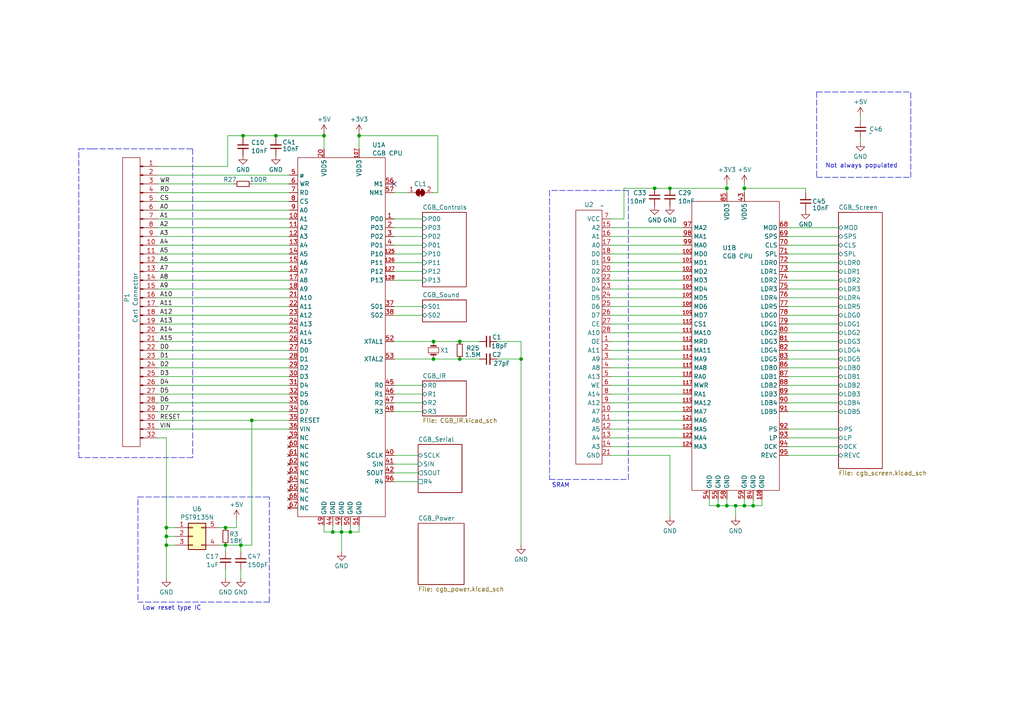
<source format=kicad_sch>
(kicad_sch (version 20230121) (generator eeschema)
  (paper "A4")
  (title_block (title "CGB Reverse Engineer") (company "NatalieTheNerd.com"))
  (lib_symbols
    (symbol "CGB:CPU_CGB"
      (property "Reference" "U" (at 0 -12.7 0))
      (property "Value" "CGB CPU" (at 0 -15.24 0))
      (symbol "CPU_CGB_1_0"
        (pin unspecified line (at 15.24 -17.78 180) (length 2.54) (name "P00") (number "1"))
        (pin unspecified line (at -15.24 -17.78 0) (length 2.54) (name "A1") (number "10"))
        (pin unspecified line (at -2.54 2.54 270) (length 2.54) (name "VDD3") (number "107"))
        (pin unspecified line (at -15.24 -20.32 0) (length 2.54) (name "A2") (number "11"))
        (pin unspecified line (at -15.24 -22.86 0) (length 2.54) (name "A3") (number "12"))
        (pin unspecified line (at 15.24 -27.94 180) (length 2.54) (name "P10") (number "125"))
        (pin unspecified line (at 15.24 -30.48 180) (length 2.54) (name "P11") (number "126"))
        (pin unspecified line (at 15.24 -33.02 180) (length 2.54) (name "P12") (number "127"))
        (pin unspecified line (at 15.24 -35.56 180) (length 2.54) (name "P13") (number "128"))
        (pin unspecified line (at -15.24 -25.4 0) (length 2.54) (name "A4") (number "13"))
        (pin unspecified line (at -15.24 -27.94 0) (length 2.54) (name "A5") (number "14"))
        (pin unspecified line (at -15.24 -30.48 0) (length 2.54) (name "A6") (number "15"))
        (pin unspecified line (at -15.24 -33.02 0) (length 2.54) (name "A7") (number "16"))
        (pin unspecified line (at -15.24 -35.56 0) (length 2.54) (name "A8") (number "17"))
        (pin unspecified line (at -15.24 -38.1 0) (length 2.54) (name "A9") (number "18"))
        (pin unspecified line (at -5.08 -106.68 90) (length 2.54) (name "GND") (number "19"))
        (pin unspecified line (at 15.24 -20.32 180) (length 2.54) (name "P03") (number "2"))
        (pin unspecified line (at 2.54 2.54 270) (length 2.54) (name "VDD5") (number "20"))
        (pin unspecified line (at -15.24 -40.64 0) (length 2.54) (name "A10") (number "21"))
        (pin unspecified line (at -15.24 -43.18 0) (length 2.54) (name "A11") (number "22"))
        (pin unspecified line (at -15.24 -45.72 0) (length 2.54) (name "A12") (number "23"))
        (pin unspecified line (at -15.24 -48.26 0) (length 2.54) (name "A13") (number "24"))
        (pin unspecified line (at -15.24 -50.8 0) (length 2.54) (name "A14") (number "25"))
        (pin unspecified line (at -15.24 -53.34 0) (length 2.54) (name "A15") (number "26"))
        (pin unspecified line (at -15.24 -55.88 0) (length 2.54) (name "D0") (number "27"))
        (pin unspecified line (at -15.24 -58.42 0) (length 2.54) (name "D1") (number "28"))
        (pin unspecified line (at -15.24 -60.96 0) (length 2.54) (name "D2") (number "29"))
        (pin unspecified line (at 15.24 -22.86 180) (length 2.54) (name "P02") (number "3"))
        (pin unspecified line (at -15.24 -63.5 0) (length 2.54) (name "D3") (number "30"))
        (pin unspecified line (at -15.24 -66.04 0) (length 2.54) (name "D4") (number "31"))
        (pin unspecified line (at -15.24 -68.58 0) (length 2.54) (name "D5") (number "32"))
        (pin unspecified line (at -15.24 -71.12 0) (length 2.54) (name "D6") (number "33"))
        (pin unspecified line (at -15.24 -73.66 0) (length 2.54) (name "D7") (number "34"))
        (pin unspecified line (at -15.24 -76.2 0) (length 2.54) (name "RESET") (number "35"))
        (pin unspecified line (at -15.24 -78.74 0) (length 2.54) (name "VIN") (number "36"))
        (pin unspecified line (at 15.24 -43.18 180) (length 2.54) (name "S01") (number "37"))
        (pin unspecified line (at 15.24 -45.72 180) (length 2.54) (name "S02") (number "38"))
        (pin no_connect line (at 15.24 -78.74 180) (length 2.54) (name "NC") (number "39"))
        (pin unspecified line (at 15.24 -25.4 180) (length 2.54) (name "P01") (number "4"))
        (pin unspecified line (at -15.24 -86.36 0) (length 2.54) (name "SCLK") (number "40"))
        (pin unspecified line (at -15.24 -88.9 0) (length 2.54) (name "SIN") (number "41"))
        (pin unspecified line (at -15.24 -91.44 0) (length 2.54) (name "SOUT") (number "42"))
        (pin unspecified line (at -2.54 -106.68 90) (length 2.54) (name "GND") (number "44"))
        (pin unspecified line (at 15.24 -63.5 180) (length 2.54) (name "R0") (number "45"))
        (pin unspecified line (at 15.24 -66.04 180) (length 2.54) (name "R1") (number "46"))
        (pin unspecified line (at 15.24 -68.58 180) (length 2.54) (name "R2") (number "47"))
        (pin unspecified line (at 15.24 -71.12 180) (length 2.54) (name "R3") (number "48"))
        (pin unspecified line (at 0 -106.68 90) (length 2.54) (name "GND") (number "49"))
        (pin unspecified line (at -15.24 -5.08 0) (length 2.54) (name "ø") (number "5"))
        (pin unspecified line (at 2.54 -106.68 90) (length 2.54) (name "GND") (number "50"))
        (pin unspecified line (at 5.08 -106.68 90) (length 2.54) (name "GND") (number "51"))
        (pin unspecified line (at 15.24 -53.34 180) (length 2.54) (name "XTAL1") (number "52"))
        (pin unspecified line (at 15.24 -55.88 180) (length 2.54) (name "XTAL2") (number "53"))
        (pin unspecified line (at 15.24 -7.62 180) (length 2.54) (name "MI") (number "56"))
        (pin unspecified line (at 15.24 -10.16 180) (length 2.54) (name "NMI") (number "57"))
        (pin unspecified line (at -15.24 -7.62 0) (length 2.54) (name "WR") (number "6"))
        (pin no_connect line (at 15.24 -81.28 180) (length 2.54) (name "NC") (number "60"))
        (pin no_connect line (at 15.24 -83.82 180) (length 2.54) (name "NC") (number "61"))
        (pin no_connect line (at 15.24 -86.36 180) (length 2.54) (name "NC") (number "62"))
        (pin no_connect line (at 15.24 -88.9 180) (length 2.54) (name "NC") (number "63"))
        (pin no_connect line (at 15.24 -91.44 180) (length 2.54) (name "NC") (number "64"))
        (pin no_connect line (at 15.24 -93.98 180) (length 2.54) (name "NC") (number "65"))
        (pin no_connect line (at 15.24 -96.52 180) (length 2.54) (name "NC") (number "66"))
        (pin no_connect line (at 15.24 -99.06 180) (length 2.54) (name "NC") (number "67"))
        (pin unspecified line (at -15.24 -10.16 0) (length 2.54) (name "RD") (number "7"))
        (pin unspecified line (at -15.24 -12.7 0) (length 2.54) (name "CS") (number "8"))
        (pin unspecified line (at -15.24 -15.24 0) (length 2.54) (name "A0") (number "9"))
        (pin unspecified line (at -15.24 -93.98 0) (length 2.54) (name "R4") (number "96"))
      )
      (symbol "CPU_CGB_2_0"
        (pin unspecified line (at -15.24 -15.24 0) (length 2.54) (name "MD0") (number "100"))
        (pin unspecified line (at -15.24 -17.78 0) (length 2.54) (name "MD1") (number "101"))
        (pin unspecified line (at -15.24 -20.32 0) (length 2.54) (name "MD2") (number "102"))
        (pin unspecified line (at -15.24 -22.86 0) (length 2.54) (name "MD3") (number "103"))
        (pin unspecified line (at -15.24 -25.4 0) (length 2.54) (name "MD4") (number "104"))
        (pin unspecified line (at -15.24 -27.94 0) (length 2.54) (name "MD5") (number "105"))
        (pin unspecified line (at -15.24 -30.48 0) (length 2.54) (name "MD6") (number "106"))
        (pin unspecified line (at 7.62 -86.36 90) (length 2.54) (name "GND") (number "108"))
        (pin unspecified line (at -15.24 -33.02 0) (length 2.54) (name "MD7") (number "109"))
        (pin unspecified line (at -15.24 -35.56 0) (length 2.54) (name "CS1") (number "110"))
        (pin unspecified line (at -15.24 -38.1 0) (length 2.54) (name "MA10") (number "111"))
        (pin unspecified line (at -15.24 -40.64 0) (length 2.54) (name "MRD") (number "112"))
        (pin unspecified line (at -15.24 -43.18 0) (length 2.54) (name "MA11") (number "113"))
        (pin unspecified line (at -15.24 -45.72 0) (length 2.54) (name "MA9") (number "114"))
        (pin unspecified line (at -15.24 -48.26 0) (length 2.54) (name "MA8") (number "115"))
        (pin unspecified line (at -15.24 -50.8 0) (length 2.54) (name "RA0") (number "116"))
        (pin unspecified line (at -15.24 -53.34 0) (length 2.54) (name "MWR") (number "117"))
        (pin unspecified line (at -15.24 -55.88 0) (length 2.54) (name "RA1") (number "118"))
        (pin unspecified line (at -15.24 -58.42 0) (length 2.54) (name "MA12") (number "119"))
        (pin unspecified line (at -15.24 -60.96 0) (length 2.54) (name "MA7") (number "120"))
        (pin unspecified line (at -15.24 -63.5 0) (length 2.54) (name "MA6") (number "121"))
        (pin unspecified line (at -15.24 -66.04 0) (length 2.54) (name "MA5") (number "122"))
        (pin unspecified line (at -15.24 -68.58 0) (length 2.54) (name "MA4") (number "123"))
        (pin unspecified line (at -15.24 -71.12 0) (length 2.54) (name "MA3") (number "124"))
        (pin unspecified line (at 2.54 2.54 270) (length 2.54) (name "VDD5") (number "43"))
        (pin unspecified line (at -7.62 -86.36 90) (length 2.54) (name "GND") (number "54"))
        (pin unspecified line (at -5.08 -86.36 90) (length 2.54) (name "GND") (number "55"))
        (pin unspecified line (at -2.54 -86.36 90) (length 2.54) (name "GND") (number "58"))
        (pin unspecified line (at 2.54 -86.36 90) (length 2.54) (name "GND") (number "59"))
        (pin unspecified line (at 15.24 -7.62 180) (length 2.54) (name "MOD") (number "68"))
        (pin unspecified line (at 15.24 -10.16 180) (length 2.54) (name "SPS") (number "69"))
        (pin unspecified line (at 15.24 -12.7 180) (length 2.54) (name "CLS") (number "70"))
        (pin unspecified line (at 15.24 -15.24 180) (length 2.54) (name "SPL") (number "71"))
        (pin unspecified line (at 15.24 -17.78 180) (length 2.54) (name "LDR0") (number "72"))
        (pin unspecified line (at 15.24 -20.32 180) (length 2.54) (name "LDR1") (number "73"))
        (pin unspecified line (at 15.24 -22.86 180) (length 2.54) (name "LDR2") (number "74"))
        (pin unspecified line (at 15.24 -25.4 180) (length 2.54) (name "LDR3") (number "75"))
        (pin unspecified line (at 15.24 -27.94 180) (length 2.54) (name "LDR4") (number "76"))
        (pin unspecified line (at 15.24 -30.48 180) (length 2.54) (name "LDR5") (number "77"))
        (pin unspecified line (at 15.24 -33.02 180) (length 2.54) (name "LDG0") (number "78"))
        (pin unspecified line (at 15.24 -35.56 180) (length 2.54) (name "LDG1") (number "79"))
        (pin unspecified line (at 15.24 -38.1 180) (length 2.54) (name "LDG2") (number "80"))
        (pin unspecified line (at 15.24 -40.64 180) (length 2.54) (name "LDG3") (number "81"))
        (pin unspecified line (at 15.24 -43.18 180) (length 2.54) (name "LDG4") (number "82"))
        (pin unspecified line (at 15.24 -45.72 180) (length 2.54) (name "LDG5") (number "83"))
        (pin unspecified line (at 5.08 -86.36 90) (length 2.54) (name "GND") (number "84"))
        (pin unspecified line (at -2.54 2.54 270) (length 2.54) (name "VDD3") (number "85"))
        (pin unspecified line (at 15.24 -48.26 180) (length 2.54) (name "LDB0") (number "86"))
        (pin unspecified line (at 15.24 -50.8 180) (length 2.54) (name "LDB1") (number "87"))
        (pin unspecified line (at 15.24 -53.34 180) (length 2.54) (name "LDB2") (number "88"))
        (pin unspecified line (at 15.24 -55.88 180) (length 2.54) (name "LDB3") (number "89"))
        (pin unspecified line (at 15.24 -58.42 180) (length 2.54) (name "LDB4") (number "90"))
        (pin unspecified line (at 15.24 -60.96 180) (length 2.54) (name "LDB5") (number "91"))
        (pin unspecified line (at 15.24 -66.04 180) (length 2.54) (name "PS") (number "92"))
        (pin unspecified line (at 15.24 -68.58 180) (length 2.54) (name "LP") (number "93"))
        (pin unspecified line (at 15.24 -71.12 180) (length 2.54) (name "DCK") (number "94"))
        (pin unspecified line (at 15.24 -73.66 180) (length 2.54) (name "REVC") (number "95"))
        (pin unspecified line (at -15.24 -7.62 0) (length 2.54) (name "MA2") (number "97"))
        (pin unspecified line (at -15.24 -10.16 0) (length 2.54) (name "MA1") (number "98"))
        (pin unspecified line (at -15.24 -12.7 0) (length 2.54) (name "MA0") (number "99"))
      )
    )
    (symbol "CGB:SRAM_CGB"
      (property "Reference" "U" (at 0 1.27 0))
      (symbol "SRAM_CGB_0_0"
        (pin unspecified line (at 2.54 -39.37 180) (length 2.54) (name "OE") (number "1"))
        (pin unspecified line (at 2.54 -59.69 180) (length 2.54) (name "A7") (number "10"))
        (pin unspecified line (at 2.54 -62.23 180) (length 2.54) (name "A6") (number "11"))
        (pin unspecified line (at 2.54 -64.77 180) (length 2.54) (name "A5") (number "12"))
        (pin unspecified line (at 2.54 -67.31 180) (length 2.54) (name "A4") (number "13"))
        (pin unspecified line (at 2.54 -69.85 180) (length 2.54) (name "A3") (number "14"))
        (pin unspecified line (at 2.54 -6.35 180) (length 2.54) (name "A2") (number "15"))
        (pin unspecified line (at 2.54 -8.89 180) (length 2.54) (name "A1") (number "16"))
        (pin unspecified line (at 2.54 -11.43 180) (length 2.54) (name "A0") (number "17"))
        (pin unspecified line (at 2.54 -13.97 180) (length 2.54) (name "D0") (number "18"))
        (pin unspecified line (at 2.54 -16.51 180) (length 2.54) (name "D1") (number "19"))
        (pin unspecified line (at 2.54 -41.91 180) (length 2.54) (name "A11") (number "2"))
        (pin unspecified line (at 2.54 -19.05 180) (length 2.54) (name "D2") (number "20"))
        (pin unspecified line (at 2.54 -72.39 180) (length 2.54) (name "GND") (number "21"))
        (pin unspecified line (at 2.54 -21.59 180) (length 2.54) (name "D3") (number "22"))
        (pin unspecified line (at 2.54 -24.13 180) (length 2.54) (name "D4") (number "23"))
        (pin unspecified line (at 2.54 -26.67 180) (length 2.54) (name "D5") (number "24"))
        (pin unspecified line (at 2.54 -29.21 180) (length 2.54) (name "D6") (number "25"))
        (pin unspecified line (at 2.54 -31.75 180) (length 2.54) (name "D7") (number "26"))
        (pin unspecified line (at 2.54 -34.29 180) (length 2.54) (name "CE") (number "27"))
        (pin unspecified line (at 2.54 -36.83 180) (length 2.54) (name "A10") (number "28"))
        (pin unspecified line (at 2.54 -44.45 180) (length 2.54) (name "A9") (number "3"))
        (pin unspecified line (at 2.54 -46.99 180) (length 2.54) (name "A8") (number "4"))
        (pin unspecified line (at 2.54 -49.53 180) (length 2.54) (name "A13") (number "5"))
        (pin unspecified line (at 2.54 -52.07 180) (length 2.54) (name "WE") (number "6"))
        (pin unspecified line (at 2.54 -3.81 180) (length 2.54) (name "VCC") (number "7"))
        (pin unspecified line (at 2.54 -54.61 180) (length 2.54) (name "A14") (number "8"))
        (pin unspecified line (at 2.54 -57.15 180) (length 2.54) (name "A12") (number "9"))
      )
    )
    (symbol "CPU_CGB_1"
      (property "Reference" "U" (at 0 -12.7 0))
      (property "Value" "CGB CPU" (at 0 -15.24 0))
      (symbol "CPU_CGB_1_1_0"
        (pin unspecified line (at 15.24 -17.78 180) (length 2.54) (name "P00") (number "1"))
        (pin unspecified line (at -15.24 -17.78 0) (length 2.54) (name "A1") (number "10"))
        (pin unspecified line (at 5.08 2.54 270) (length 2.54) (name "VDD3") (number "107"))
        (pin unspecified line (at -15.24 -20.32 0) (length 2.54) (name "A2") (number "11"))
        (pin unspecified line (at -15.24 -22.86 0) (length 2.54) (name "A3") (number "12"))
        (pin unspecified line (at 15.24 -27.94 180) (length 2.54) (name "P10") (number "125"))
        (pin unspecified line (at 15.24 -30.48 180) (length 2.54) (name "P11") (number "126"))
        (pin unspecified line (at 15.24 -33.02 180) (length 2.54) (name "P12") (number "127"))
        (pin unspecified line (at 15.24 -35.56 180) (length 2.54) (name "P13") (number "128"))
        (pin unspecified line (at -15.24 -25.4 0) (length 2.54) (name "A4") (number "13"))
        (pin unspecified line (at -15.24 -27.94 0) (length 2.54) (name "A5") (number "14"))
        (pin unspecified line (at -15.24 -30.48 0) (length 2.54) (name "A6") (number "15"))
        (pin unspecified line (at -15.24 -33.02 0) (length 2.54) (name "A7") (number "16"))
        (pin unspecified line (at -15.24 -35.56 0) (length 2.54) (name "A8") (number "17"))
        (pin unspecified line (at -15.24 -38.1 0) (length 2.54) (name "A9") (number "18"))
        (pin unspecified line (at -5.08 -106.68 90) (length 2.54) (name "GND") (number "19"))
        (pin unspecified line (at 15.24 -20.32 180) (length 2.54) (name "P03") (number "2"))
        (pin unspecified line (at -5.08 2.54 270) (length 2.54) (name "VDD5") (number "20"))
        (pin unspecified line (at -15.24 -40.64 0) (length 2.54) (name "A10") (number "21"))
        (pin unspecified line (at -15.24 -43.18 0) (length 2.54) (name "A11") (number "22"))
        (pin unspecified line (at -15.24 -45.72 0) (length 2.54) (name "A12") (number "23"))
        (pin unspecified line (at -15.24 -48.26 0) (length 2.54) (name "A13") (number "24"))
        (pin unspecified line (at -15.24 -50.8 0) (length 2.54) (name "A14") (number "25"))
        (pin unspecified line (at -15.24 -53.34 0) (length 2.54) (name "A15") (number "26"))
        (pin unspecified line (at -15.24 -55.88 0) (length 2.54) (name "D0") (number "27"))
        (pin unspecified line (at -15.24 -58.42 0) (length 2.54) (name "D1") (number "28"))
        (pin unspecified line (at -15.24 -60.96 0) (length 2.54) (name "D2") (number "29"))
        (pin unspecified line (at 15.24 -22.86 180) (length 2.54) (name "P02") (number "3"))
        (pin unspecified line (at -15.24 -63.5 0) (length 2.54) (name "D3") (number "30"))
        (pin unspecified line (at -15.24 -66.04 0) (length 2.54) (name "D4") (number "31"))
        (pin unspecified line (at -15.24 -68.58 0) (length 2.54) (name "D5") (number "32"))
        (pin unspecified line (at -15.24 -71.12 0) (length 2.54) (name "D6") (number "33"))
        (pin unspecified line (at -15.24 -73.66 0) (length 2.54) (name "D7") (number "34"))
        (pin unspecified line (at -15.24 -76.2 0) (length 2.54) (name "RESET") (number "35"))
        (pin unspecified line (at -15.24 -78.74 0) (length 2.54) (name "VIN") (number "36"))
        (pin unspecified line (at 15.24 -43.18 180) (length 2.54) (name "S01") (number "37"))
        (pin unspecified line (at 15.24 -45.72 180) (length 2.54) (name "S02") (number "38"))
        (pin no_connect line (at -15.24 -81.28 0) (length 2.54) (name "NC") (number "39"))
        (pin unspecified line (at 15.24 -25.4 180) (length 2.54) (name "P01") (number "4"))
        (pin unspecified line (at 15.24 -86.36 180) (length 2.54) (name "SCLK") (number "40"))
        (pin unspecified line (at 15.24 -88.9 180) (length 2.54) (name "SIN") (number "41"))
        (pin unspecified line (at 15.24 -91.44 180) (length 2.54) (name "SOUT") (number "42"))
        (pin unspecified line (at -2.54 -106.68 90) (length 2.54) (name "GND") (number "44"))
        (pin unspecified line (at 15.24 -66.04 180) (length 2.54) (name "R0") (number "45"))
        (pin unspecified line (at 15.24 -68.58 180) (length 2.54) (name "R1") (number "46"))
        (pin unspecified line (at 15.24 -71.12 180) (length 2.54) (name "R2") (number "47"))
        (pin unspecified line (at 15.24 -73.66 180) (length 2.54) (name "R3") (number "48"))
        (pin unspecified line (at 0 -106.68 90) (length 2.54) (name "GND") (number "49"))
        (pin unspecified line (at -15.24 -5.08 0) (length 2.54) (name "ø") (number "5"))
        (pin unspecified line (at 2.54 -106.68 90) (length 2.54) (name "GND") (number "50"))
        (pin unspecified line (at 5.08 -106.68 90) (length 2.54) (name "GND") (number "51"))
        (pin unspecified line (at 15.24 -53.34 180) (length 2.54) (name "XTAL1") (number "52"))
        (pin unspecified line (at 15.24 -58.42 180) (length 2.54) (name "XTAL2") (number "53"))
        (pin unspecified line (at 15.24 -7.62 180) (length 2.54) (name "M1") (number "56"))
        (pin unspecified line (at 15.24 -10.16 180) (length 2.54) (name "NM1") (number "57"))
        (pin unspecified line (at -15.24 -7.62 0) (length 2.54) (name "WR") (number "6"))
        (pin no_connect line (at -15.24 -83.82 0) (length 2.54) (name "NC") (number "60"))
        (pin no_connect line (at -15.24 -86.36 0) (length 2.54) (name "NC") (number "61"))
        (pin no_connect line (at -15.24 -88.9 0) (length 2.54) (name "NC") (number "62"))
        (pin no_connect line (at -15.24 -91.44 0) (length 2.54) (name "NC") (number "63"))
        (pin no_connect line (at -15.24 -93.98 0) (length 2.54) (name "NC") (number "64"))
        (pin no_connect line (at -15.24 -96.52 0) (length 2.54) (name "NC") (number "65"))
        (pin no_connect line (at -15.24 -99.06 0) (length 2.54) (name "NC") (number "66"))
        (pin no_connect line (at -15.24 -101.6 0) (length 2.54) (name "NC") (number "67"))
        (pin unspecified line (at -15.24 -10.16 0) (length 2.54) (name "RD") (number "7"))
        (pin unspecified line (at -15.24 -12.7 0) (length 2.54) (name "CS") (number "8"))
        (pin unspecified line (at -15.24 -15.24 0) (length 2.54) (name "A0") (number "9"))
        (pin unspecified line (at 15.24 -93.98 180) (length 2.54) (name "R4") (number "96"))
      )
      (symbol "CPU_CGB_1_2_0"
        (pin unspecified line (at -15.24 -15.24 0) (length 2.54) (name "MD0") (number "100"))
        (pin unspecified line (at -15.24 -17.78 0) (length 2.54) (name "MD1") (number "101"))
        (pin unspecified line (at -15.24 -20.32 0) (length 2.54) (name "MD2") (number "102"))
        (pin unspecified line (at -15.24 -22.86 0) (length 2.54) (name "MD3") (number "103"))
        (pin unspecified line (at -15.24 -25.4 0) (length 2.54) (name "MD4") (number "104"))
        (pin unspecified line (at -15.24 -27.94 0) (length 2.54) (name "MD5") (number "105"))
        (pin unspecified line (at -15.24 -30.48 0) (length 2.54) (name "MD6") (number "106"))
        (pin unspecified line (at 7.62 -86.36 90) (length 2.54) (name "GND") (number "108"))
        (pin unspecified line (at -15.24 -33.02 0) (length 2.54) (name "MD7") (number "109"))
        (pin unspecified line (at -15.24 -35.56 0) (length 2.54) (name "CS1") (number "110"))
        (pin unspecified line (at -15.24 -38.1 0) (length 2.54) (name "MA10") (number "111"))
        (pin unspecified line (at -15.24 -40.64 0) (length 2.54) (name "MRD") (number "112"))
        (pin unspecified line (at -15.24 -43.18 0) (length 2.54) (name "MA11") (number "113"))
        (pin unspecified line (at -15.24 -45.72 0) (length 2.54) (name "MA9") (number "114"))
        (pin unspecified line (at -15.24 -48.26 0) (length 2.54) (name "MA8") (number "115"))
        (pin unspecified line (at -15.24 -50.8 0) (length 2.54) (name "RA0") (number "116"))
        (pin unspecified line (at -15.24 -53.34 0) (length 2.54) (name "MWR") (number "117"))
        (pin unspecified line (at -15.24 -55.88 0) (length 2.54) (name "RA1") (number "118"))
        (pin unspecified line (at -15.24 -58.42 0) (length 2.54) (name "MA12") (number "119"))
        (pin unspecified line (at -15.24 -60.96 0) (length 2.54) (name "MA7") (number "120"))
        (pin unspecified line (at -15.24 -63.5 0) (length 2.54) (name "MA6") (number "121"))
        (pin unspecified line (at -15.24 -66.04 0) (length 2.54) (name "MA5") (number "122"))
        (pin unspecified line (at -15.24 -68.58 0) (length 2.54) (name "MA4") (number "123"))
        (pin unspecified line (at -15.24 -71.12 0) (length 2.54) (name "MA3") (number "124"))
        (pin unspecified line (at 2.54 2.54 270) (length 2.54) (name "VDD5") (number "43"))
        (pin unspecified line (at -7.62 -86.36 90) (length 2.54) (name "GND") (number "54"))
        (pin unspecified line (at -5.08 -86.36 90) (length 2.54) (name "GND") (number "55"))
        (pin unspecified line (at -2.54 -86.36 90) (length 2.54) (name "GND") (number "58"))
        (pin unspecified line (at 2.54 -86.36 90) (length 2.54) (name "GND") (number "59"))
        (pin unspecified line (at 15.24 -7.62 180) (length 2.54) (name "MOD") (number "68"))
        (pin unspecified line (at 15.24 -10.16 180) (length 2.54) (name "SPS") (number "69"))
        (pin unspecified line (at 15.24 -12.7 180) (length 2.54) (name "CLS") (number "70"))
        (pin unspecified line (at 15.24 -15.24 180) (length 2.54) (name "SPL") (number "71"))
        (pin unspecified line (at 15.24 -17.78 180) (length 2.54) (name "LDR0") (number "72"))
        (pin unspecified line (at 15.24 -20.32 180) (length 2.54) (name "LDR1") (number "73"))
        (pin unspecified line (at 15.24 -22.86 180) (length 2.54) (name "LDR2") (number "74"))
        (pin unspecified line (at 15.24 -25.4 180) (length 2.54) (name "LDR3") (number "75"))
        (pin unspecified line (at 15.24 -27.94 180) (length 2.54) (name "LDR4") (number "76"))
        (pin unspecified line (at 15.24 -30.48 180) (length 2.54) (name "LDR5") (number "77"))
        (pin unspecified line (at 15.24 -33.02 180) (length 2.54) (name "LDG0") (number "78"))
        (pin unspecified line (at 15.24 -35.56 180) (length 2.54) (name "LDG1") (number "79"))
        (pin unspecified line (at 15.24 -38.1 180) (length 2.54) (name "LDG2") (number "80"))
        (pin unspecified line (at 15.24 -40.64 180) (length 2.54) (name "LDG3") (number "81"))
        (pin unspecified line (at 15.24 -43.18 180) (length 2.54) (name "LDG4") (number "82"))
        (pin unspecified line (at 15.24 -45.72 180) (length 2.54) (name "LDG5") (number "83"))
        (pin unspecified line (at 5.08 -86.36 90) (length 2.54) (name "GND") (number "84"))
        (pin unspecified line (at -2.54 2.54 270) (length 2.54) (name "VDD3") (number "85"))
        (pin unspecified line (at 15.24 -48.26 180) (length 2.54) (name "LDB0") (number "86"))
        (pin unspecified line (at 15.24 -50.8 180) (length 2.54) (name "LDB1") (number "87"))
        (pin unspecified line (at 15.24 -53.34 180) (length 2.54) (name "LDB2") (number "88"))
        (pin unspecified line (at 15.24 -55.88 180) (length 2.54) (name "LDB3") (number "89"))
        (pin unspecified line (at 15.24 -58.42 180) (length 2.54) (name "LDB4") (number "90"))
        (pin unspecified line (at 15.24 -60.96 180) (length 2.54) (name "LDB5") (number "91"))
        (pin unspecified line (at 15.24 -66.04 180) (length 2.54) (name "PS") (number "92"))
        (pin unspecified line (at 15.24 -68.58 180) (length 2.54) (name "LP") (number "93"))
        (pin unspecified line (at 15.24 -71.12 180) (length 2.54) (name "DCK") (number "94"))
        (pin unspecified line (at 15.24 -73.66 180) (length 2.54) (name "REVC") (number "95"))
        (pin unspecified line (at -15.24 -7.62 0) (length 2.54) (name "MA2") (number "97"))
        (pin unspecified line (at -15.24 -10.16 0) (length 2.54) (name "MA1") (number "98"))
        (pin unspecified line (at -15.24 -12.7 0) (length 2.54) (name "MA0") (number "99"))
      )
    )
    (symbol "Connector:Conn_01x32_Pin" (pin_names (offset 1.016) hide)
      (property "Reference" "P1" (at -3.81 0 90))
      (property "Value" "Cart Connector" (at -1.3858 0 90))
      (symbol "Conn_01x32_Pin_1_1"
        (pin passive line (at 5.08 38.1 180) (length 3.81) (name "Pin_1") (number "1"))
        (pin passive line (at 5.08 15.24 180) (length 3.81) (name "Pin_10") (number "10"))
        (pin passive line (at 5.08 12.7 180) (length 3.81) (name "Pin_11") (number "11"))
        (pin passive line (at 5.08 10.16 180) (length 3.81) (name "Pin_12") (number "12"))
        (pin passive line (at 5.08 7.62 180) (length 3.81) (name "Pin_13") (number "13"))
        (pin passive line (at 5.08 5.08 180) (length 3.81) (name "Pin_14") (number "14"))
        (pin passive line (at 5.08 2.54 180) (length 3.81) (name "Pin_15") (number "15"))
        (pin passive line (at 5.08 0 180) (length 3.81) (name "Pin_16") (number "16"))
        (pin passive line (at 5.08 -2.54 180) (length 3.81) (name "Pin_17") (number "17"))
        (pin passive line (at 5.08 -5.08 180) (length 3.81) (name "Pin_18") (number "18"))
        (pin passive line (at 5.08 -7.62 180) (length 3.81) (name "Pin_19") (number "19"))
        (pin passive line (at 5.08 35.56 180) (length 3.81) (name "Pin_2") (number "2"))
        (pin passive line (at 5.08 -10.16 180) (length 3.81) (name "Pin_20") (number "20"))
        (pin passive line (at 5.08 -12.7 180) (length 3.81) (name "Pin_21") (number "21"))
        (pin passive line (at 5.08 -15.24 180) (length 3.81) (name "Pin_22") (number "22"))
        (pin passive line (at 5.08 -17.78 180) (length 3.81) (name "Pin_23") (number "23"))
        (pin passive line (at 5.08 -20.32 180) (length 3.81) (name "Pin_24") (number "24"))
        (pin passive line (at 5.08 -22.86 180) (length 3.81) (name "Pin_25") (number "25"))
        (pin passive line (at 5.08 -25.4 180) (length 3.81) (name "Pin_26") (number "26"))
        (pin passive line (at 5.08 -27.94 180) (length 3.81) (name "Pin_27") (number "27"))
        (pin passive line (at 5.08 -30.48 180) (length 3.81) (name "Pin_28") (number "28"))
        (pin passive line (at 5.08 -33.02 180) (length 3.81) (name "Pin_29") (number "29"))
        (pin passive line (at 5.08 33.02 180) (length 3.81) (name "Pin_3") (number "3"))
        (pin passive line (at 5.08 -35.56 180) (length 3.81) (name "Pin_30") (number "30"))
        (pin passive line (at 5.08 -38.1 180) (length 3.81) (name "Pin_31") (number "31"))
        (pin passive line (at 5.08 -40.64 180) (length 3.81) (name "Pin_32") (number "32"))
        (pin passive line (at 5.08 30.48 180) (length 3.81) (name "Pin_4") (number "4"))
        (pin passive line (at 5.08 27.94 180) (length 3.81) (name "Pin_5") (number "5"))
        (pin passive line (at 5.08 25.4 180) (length 3.81) (name "Pin_6") (number "6"))
        (pin passive line (at 5.08 22.86 180) (length 3.81) (name "Pin_7") (number "7"))
        (pin passive line (at 5.08 20.32 180) (length 3.81) (name "Pin_8") (number "8"))
        (pin passive line (at 5.08 17.78 180) (length 3.81) (name "Pin_9") (number "9"))
      )
    )
    (symbol "Connector_Generic:Conn_2Rows-05Pins" (pin_names (offset 1.016) hide)
      (property "Reference" "U6" (at 1.27 7.9543 0))
      (property "Value" "PST9135N" (at 1.27 5.5301 0))
      (symbol "Conn_2Rows-05Pins_1_1"
        (pin passive line (at -5.08 2.54 0) (length 3.81) (name "Pin_1") (number "1"))
        (pin passive line (at -5.08 0 0) (length 3.81) (name "Pin_2") (number "2"))
        (pin passive line (at -5.08 -2.54 0) (length 3.81) (name "Pin_3") (number "3"))
        (pin passive line (at 7.62 -2.54 180) (length 3.81) (name "Pin_4") (number "4"))
        (pin passive line (at 7.62 2.54 180) (length 3.81) (name "Pin_5") (number "5"))
      )
    )
    (symbol "Device:C_Small" (pin_numbers hide) (pin_names (offset 0.254) hide)
      (property "Reference" "C" (at 0.254 1.778 0))
      (property "Value" "C_Small" (at 0.254 -2.032 0))
      (symbol "C_Small_1_1"
        (pin passive line (at 0 2.54 270) (length 2.032) (name "~") (number "1"))
        (pin passive line (at 0 -2.54 90) (length 2.032) (name "~") (number "2"))
      )
    )
    (symbol "Device:Crystal_Small" (pin_numbers hide) (pin_names (offset 1.016) hide)
      (property "Reference" "Y" (at 0 2.54 0))
      (property "Value" "Crystal_Small" (at 0 -2.54 0))
      (symbol "Crystal_Small_1_1"
        (pin passive line (at -2.54 0 0) (length 1.27) (name "1") (number "1"))
        (pin passive line (at 2.54 0 180) (length 1.27) (name "2") (number "2"))
      )
    )
    (symbol "Device:R_Small" (pin_numbers hide) (pin_names (offset 0.254) hide)
      (property "Reference" "R" (at 0.762 0.508 0))
      (property "Value" "R_Small" (at 0.762 -1.016 0))
      (symbol "R_Small_1_1"
        (pin passive line (at 0 2.54 270) (length 0.762) (name "~") (number "1"))
        (pin passive line (at 0 -2.54 90) (length 0.762) (name "~") (number "2"))
      )
    )
    (symbol "Jumper:SolderJumper_2_Bridged" (pin_names (offset 0) hide)
      (property "Reference" "JP" (at 0 2.032 0))
      (property "Value" "SolderJumper_2_Bridged" (at 0 -2.54 0))
      (symbol "SolderJumper_2_Bridged_1_1"
        (pin passive line (at -3.81 0 0) (length 2.54) (name "A") (number "1"))
        (pin passive line (at 3.81 0 180) (length 2.54) (name "B") (number "2"))
      )
    )
    (symbol "power:+3V3" (power) (pin_names (offset 0))
      (property "Value" "+3V3" (at 0 3.556 0))
      (symbol "+3V3_1_1"
        (pin power_in line (at 0 0 90) (length 0) hide (name "+3V3") (number "1"))
      )
    )
    (symbol "power:+5V" (power) (pin_names (offset 0))
      (property "Value" "+5V" (at 0 3.556 0))
      (symbol "+5V_1_1"
        (pin power_in line (at 0 0 90) (length 0) hide (name "+5V") (number "1"))
      )
    )
    (symbol "power:GND" (power) (pin_names (offset 0))
      (property "Value" "GND" (at 0 -3.81 0))
      (symbol "GND_1_1"
        (pin power_in line (at 0 0 270) (length 0) hide (name "GND") (number "1"))
      )
    )
  )
  (junction (at 48.26 155.575))
  (junction (at 210.82 54.61))
  (junction (at 65.405 153.035))
  (junction (at 215.9 146.685))
  (junction (at 133.35 104.14))
  (junction (at 99.06 154.305))
  (junction (at 104.14 39.37))
  (junction (at 101.6 154.305))
  (junction (at 65.405 158.115))
  (junction (at 189.865 54.61))
  (junction (at 215.9 54.61))
  (junction (at 210.82 146.685))
  (junction (at 70.485 39.37))
  (junction (at 96.52 154.305))
  (junction (at 208.28 146.685))
  (junction (at 48.26 153.035))
  (junction (at 80.01 39.37))
  (junction (at 194.31 54.61))
  (junction (at 218.44 146.685))
  (junction (at 48.26 158.115))
  (junction (at 133.35 99.06))
  (junction (at 125.73 99.06))
  (junction (at 73.025 121.92))
  (junction (at 151.13 104.14))
  (junction (at 69.85 158.115))
  (junction (at 213.36 146.685))
  (junction (at 125.73 104.14))
  (junction (at 93.98 39.37))
  (no_connect (at 114.3 53.34))
  (wire (pts (xy 189.865 54.61) (xy 194.31 54.61)))
  (wire (pts (xy 45.72 50.8) (xy 83.82 50.8)))
  (polyline (pts (xy 40.005 144.145) (xy 48.895 144.145)) (stroke (width 0) (type dash)))
  (wire (pts (xy 243.205 109.22) (xy 228.6 109.22)))
  (wire (pts (xy 177.165 116.84) (xy 198.12 116.84)))
  (wire (pts (xy 249.555 41.275) (xy 249.555 40.005)))
  (wire (pts (xy 177.165 73.66) (xy 198.12 73.66)))
  (wire (pts (xy 93.98 154.305) (xy 93.98 152.4)))
  (wire (pts (xy 45.72 109.22) (xy 83.82 109.22)))
  (wire (pts (xy 114.3 132.08) (xy 121.285 132.08)))
  (wire (pts (xy 144.145 99.06) (xy 151.13 99.06)))
  (wire (pts (xy 210.82 54.61) (xy 210.82 55.88)))
  (wire (pts (xy 144.145 104.14) (xy 151.13 104.14)))
  (wire (pts (xy 114.3 99.06) (xy 125.73 99.06)))
  (wire (pts (xy 177.165 71.12) (xy 198.12 71.12)))
  (wire (pts (xy 243.205 119.38) (xy 228.6 119.38)))
  (wire (pts (xy 45.72 124.46) (xy 83.82 124.46)))
  (wire (pts (xy 177.165 121.92) (xy 198.12 121.92)))
  (wire (pts (xy 215.9 53.34) (xy 215.9 54.61)))
  (wire (pts (xy 215.9 54.61) (xy 215.9 55.88)))
  (wire (pts (xy 45.72 81.28) (xy 83.82 81.28)))
  (wire (pts (xy 45.72 121.92) (xy 73.025 121.92)))
  (wire (pts (xy 243.205 129.54) (xy 228.6 129.54)))
  (wire (pts (xy 45.72 63.5) (xy 83.82 63.5)))
  (wire (pts (xy 243.205 93.98) (xy 228.6 93.98)))
  (wire (pts (xy 215.9 54.61) (xy 233.68 54.61)))
  (wire (pts (xy 210.82 146.685) (xy 210.82 144.78)))
  (wire (pts (xy 177.165 93.98) (xy 198.12 93.98)))
  (wire (pts (xy 122.555 76.2) (xy 114.3 76.2)))
  (wire (pts (xy 194.31 149.86) (xy 194.31 132.08)))
  (wire (pts (xy 177.165 106.68) (xy 198.12 106.68)))
  (wire (pts (xy 177.165 104.14) (xy 198.12 104.14)))
  (wire (pts (xy 66.04 48.26) (xy 45.72 48.26)))
  (wire (pts (xy 122.555 68.58) (xy 114.3 68.58)))
  (polyline (pts (xy 22.86 43.18) (xy 26.67 43.18)) (stroke (width 0) (type dash)))
  (wire (pts (xy 127 55.88) (xy 125.73 55.88)))
  (polyline (pts (xy 55.88 132.715) (xy 22.86 132.715)) (stroke (width 0) (type dash)))
  (wire (pts (xy 243.205 116.84) (xy 228.6 116.84)))
  (wire (pts (xy 220.98 146.685) (xy 220.98 144.78)))
  (polyline (pts (xy 55.88 43.18) (xy 55.88 132.715)) (stroke (width 0) (type dash)))
  (wire (pts (xy 66.04 39.37) (xy 66.04 48.26)))
  (wire (pts (xy 243.205 91.44) (xy 228.6 91.44)))
  (wire (pts (xy 243.205 78.74) (xy 228.6 78.74)))
  (wire (pts (xy 63.5 153.035) (xy 65.405 153.035)))
  (wire (pts (xy 177.165 68.58) (xy 198.12 68.58)))
  (wire (pts (xy 122.555 81.28) (xy 114.3 81.28)))
  (wire (pts (xy 215.9 146.685) (xy 218.44 146.685)))
  (wire (pts (xy 125.73 104.14) (xy 133.35 104.14)))
  (wire (pts (xy 177.165 99.06) (xy 198.12 99.06)))
  (wire (pts (xy 45.72 91.44) (xy 83.82 91.44)))
  (wire (pts (xy 218.44 144.78) (xy 218.44 146.685)))
  (wire (pts (xy 69.85 160.02) (xy 69.85 158.115)))
  (wire (pts (xy 48.26 127) (xy 48.26 153.035)))
  (wire (pts (xy 243.205 124.46) (xy 228.6 124.46)))
  (wire (pts (xy 243.205 101.6) (xy 228.6 101.6)))
  (wire (pts (xy 45.72 66.04) (xy 83.82 66.04)))
  (polyline (pts (xy 40.005 173.99) (xy 40.005 144.145)) (stroke (width 0) (type dash)))
  (wire (pts (xy 65.405 165.1) (xy 65.405 167.64)))
  (polyline (pts (xy 26.67 43.18) (xy 55.88 43.18)) (stroke (width 0) (type dash)))
  (wire (pts (xy 151.13 99.06) (xy 151.13 104.14)))
  (wire (pts (xy 243.205 132.08) (xy 228.6 132.08)))
  (polyline (pts (xy 182.245 55.245) (xy 159.385 55.245)) (stroke (width 0) (type dash)))
  (wire (pts (xy 73.025 121.92) (xy 83.82 121.92)))
  (wire (pts (xy 50.8 153.035) (xy 48.26 153.035)))
  (wire (pts (xy 177.165 111.76) (xy 198.12 111.76)))
  (wire (pts (xy 177.165 91.44) (xy 198.12 91.44)))
  (wire (pts (xy 233.68 54.61) (xy 233.68 55.88)))
  (wire (pts (xy 63.5 158.115) (xy 65.405 158.115)))
  (wire (pts (xy 177.165 78.74) (xy 198.12 78.74)))
  (wire (pts (xy 177.165 63.5) (xy 180.975 63.5)))
  (wire (pts (xy 122.555 73.66) (xy 114.3 73.66)))
  (wire (pts (xy 114.3 91.44) (xy 122.555 91.44)))
  (wire (pts (xy 243.205 73.66) (xy 228.6 73.66)))
  (wire (pts (xy 114.3 104.14) (xy 125.73 104.14)))
  (wire (pts (xy 208.28 146.685) (xy 208.28 144.78)))
  (wire (pts (xy 48.26 155.575) (xy 48.26 158.115)))
  (wire (pts (xy 45.72 78.74) (xy 83.82 78.74)))
  (wire (pts (xy 218.44 146.685) (xy 220.98 146.685)))
  (wire (pts (xy 65.405 158.115) (xy 65.405 160.02)))
  (wire (pts (xy 45.72 116.84) (xy 83.82 116.84)))
  (polyline (pts (xy 264.16 51.435) (xy 264.16 26.67)) (stroke (width 0) (type dash)))
  (wire (pts (xy 45.72 55.88) (xy 83.82 55.88)))
  (wire (pts (xy 243.205 71.12) (xy 228.6 71.12)))
  (wire (pts (xy 45.72 60.96) (xy 83.82 60.96)))
  (wire (pts (xy 68.58 150.495) (xy 68.58 153.035)))
  (wire (pts (xy 48.26 158.115) (xy 48.26 167.64)))
  (wire (pts (xy 122.555 78.74) (xy 114.3 78.74)))
  (wire (pts (xy 125.73 99.06) (xy 133.35 99.06)))
  (wire (pts (xy 45.72 101.6) (xy 83.82 101.6)))
  (wire (pts (xy 243.205 86.36) (xy 228.6 86.36)))
  (wire (pts (xy 243.205 104.14) (xy 228.6 104.14)))
  (wire (pts (xy 45.72 119.38) (xy 83.82 119.38)))
  (wire (pts (xy 73.025 121.92) (xy 73.025 158.115)))
  (polyline (pts (xy 159.385 55.245) (xy 159.385 57.785)) (stroke (width 0) (type dash)))
  (polyline (pts (xy 236.855 51.435) (xy 264.16 51.435)) (stroke (width 0) (type dash)))
  (wire (pts (xy 45.72 68.58) (xy 83.82 68.58)))
  (wire (pts (xy 101.6 154.305) (xy 104.14 154.305)))
  (polyline (pts (xy 78.105 174.625) (xy 40.005 174.625)) (stroke (width 0) (type dash)))
  (wire (pts (xy 215.9 146.685) (xy 215.9 144.78)))
  (wire (pts (xy 210.82 53.34) (xy 210.82 54.61)))
  (polyline (pts (xy 159.385 139.065) (xy 182.245 139.065)) (stroke (width 0) (type dash)))
  (wire (pts (xy 80.01 40.005) (xy 80.01 39.37)))
  (wire (pts (xy 65.405 153.035) (xy 68.58 153.035)))
  (wire (pts (xy 114.3 139.7) (xy 121.285 139.7)))
  (wire (pts (xy 104.14 154.305) (xy 104.14 152.4)))
  (wire (pts (xy 45.72 127) (xy 48.26 127)))
  (wire (pts (xy 177.165 88.9) (xy 198.12 88.9)))
  (polyline (pts (xy 236.855 26.67) (xy 236.855 51.435)) (stroke (width 0) (type dash)))
  (wire (pts (xy 45.72 83.82) (xy 83.82 83.82)))
  (wire (pts (xy 50.8 158.115) (xy 48.26 158.115)))
  (wire (pts (xy 177.165 129.54) (xy 198.12 129.54)))
  (wire (pts (xy 50.8 155.575) (xy 48.26 155.575)))
  (wire (pts (xy 114.3 134.62) (xy 121.285 134.62)))
  (wire (pts (xy 104.14 38.735) (xy 104.14 39.37)))
  (wire (pts (xy 177.165 101.6) (xy 198.12 101.6)))
  (wire (pts (xy 45.72 96.52) (xy 83.82 96.52)))
  (wire (pts (xy 70.485 39.37) (xy 66.04 39.37)))
  (wire (pts (xy 45.72 106.68) (xy 83.82 106.68)))
  (wire (pts (xy 177.165 66.04) (xy 198.12 66.04)))
  (wire (pts (xy 99.06 154.305) (xy 101.6 154.305)))
  (wire (pts (xy 69.85 167.64) (xy 69.85 165.1)))
  (wire (pts (xy 104.14 39.37) (xy 104.14 43.18)))
  (wire (pts (xy 104.14 39.37) (xy 127 39.37)))
  (wire (pts (xy 177.165 86.36) (xy 198.12 86.36)))
  (wire (pts (xy 69.85 158.115) (xy 73.025 158.115)))
  (wire (pts (xy 194.31 132.08) (xy 177.165 132.08)))
  (wire (pts (xy 205.74 146.685) (xy 208.28 146.685)))
  (wire (pts (xy 114.3 119.38) (xy 122.555 119.38)))
  (wire (pts (xy 65.405 158.115) (xy 69.85 158.115)))
  (polyline (pts (xy 182.245 139.065) (xy 182.245 55.245)) (stroke (width 0) (type dash)))
  (polyline (pts (xy 78.105 174.625) (xy 78.105 144.145)) (stroke (width 0) (type dash)))
  (wire (pts (xy 243.205 114.3) (xy 228.6 114.3)))
  (wire (pts (xy 70.485 40.005) (xy 70.485 39.37)))
  (wire (pts (xy 122.555 66.04) (xy 114.3 66.04)))
  (wire (pts (xy 177.165 119.38) (xy 198.12 119.38)))
  (wire (pts (xy 243.205 81.28) (xy 228.6 81.28)))
  (wire (pts (xy 122.555 71.12) (xy 114.3 71.12)))
  (wire (pts (xy 45.72 76.2) (xy 83.82 76.2)))
  (wire (pts (xy 122.555 63.5) (xy 114.3 63.5)))
  (wire (pts (xy 180.975 63.5) (xy 180.975 54.61)))
  (wire (pts (xy 180.975 54.61) (xy 189.865 54.61)))
  (wire (pts (xy 114.3 137.16) (xy 121.285 137.16)))
  (wire (pts (xy 127 39.37) (xy 127 55.88)))
  (wire (pts (xy 177.165 96.52) (xy 198.12 96.52)))
  (wire (pts (xy 114.3 114.3) (xy 122.555 114.3)))
  (wire (pts (xy 93.98 38.735) (xy 93.98 39.37)))
  (wire (pts (xy 243.205 88.9) (xy 228.6 88.9)))
  (wire (pts (xy 99.06 160.02) (xy 99.06 154.305)))
  (wire (pts (xy 45.72 53.34) (xy 67.945 53.34)))
  (wire (pts (xy 114.3 116.84) (xy 122.555 116.84)))
  (wire (pts (xy 177.165 127) (xy 198.12 127)))
  (wire (pts (xy 213.36 146.685) (xy 210.82 146.685)))
  (wire (pts (xy 45.72 114.3) (xy 83.82 114.3)))
  (wire (pts (xy 114.3 55.88) (xy 118.11 55.88)))
  (wire (pts (xy 243.205 68.58) (xy 228.6 68.58)))
  (wire (pts (xy 208.28 146.685) (xy 210.82 146.685)))
  (wire (pts (xy 45.72 111.76) (xy 83.82 111.76)))
  (wire (pts (xy 243.205 99.06) (xy 228.6 99.06)))
  (polyline (pts (xy 22.86 132.715) (xy 22.86 43.18)) (stroke (width 0) (type dash)))
  (wire (pts (xy 114.3 88.9) (xy 122.555 88.9)))
  (wire (pts (xy 243.205 111.76) (xy 228.6 111.76)))
  (wire (pts (xy 45.72 86.36) (xy 83.82 86.36)))
  (polyline (pts (xy 48.895 144.145) (xy 78.105 144.145)) (stroke (width 0) (type dash)))
  (wire (pts (xy 243.205 76.2) (xy 228.6 76.2)))
  (polyline (pts (xy 159.385 57.785) (xy 159.385 139.065)) (stroke (width 0) (type dash)))
  (wire (pts (xy 45.72 93.98) (xy 83.82 93.98)))
  (wire (pts (xy 93.98 154.305) (xy 96.52 154.305)))
  (wire (pts (xy 177.165 81.28) (xy 198.12 81.28)))
  (wire (pts (xy 45.72 71.12) (xy 83.82 71.12)))
  (wire (pts (xy 133.35 104.14) (xy 139.065 104.14)))
  (wire (pts (xy 45.72 88.9) (xy 83.82 88.9)))
  (wire (pts (xy 194.31 54.61) (xy 210.82 54.61)))
  (wire (pts (xy 96.52 154.305) (xy 99.06 154.305)))
  (wire (pts (xy 177.165 83.82) (xy 198.12 83.82)))
  (polyline (pts (xy 236.855 26.67) (xy 264.16 26.67)) (stroke (width 0) (type dash)))
  (wire (pts (xy 45.72 99.06) (xy 83.82 99.06)))
  (wire (pts (xy 177.165 114.3) (xy 198.12 114.3)))
  (wire (pts (xy 48.26 153.035) (xy 48.26 155.575)))
  (wire (pts (xy 243.205 83.82) (xy 228.6 83.82)))
  (wire (pts (xy 101.6 154.305) (xy 101.6 152.4)))
  (wire (pts (xy 96.52 154.305) (xy 96.52 152.4)))
  (wire (pts (xy 213.36 149.86) (xy 213.36 146.685)))
  (wire (pts (xy 80.01 39.37) (xy 93.98 39.37)))
  (wire (pts (xy 213.36 146.685) (xy 215.9 146.685)))
  (wire (pts (xy 93.98 39.37) (xy 93.98 43.18)))
  (wire (pts (xy 99.06 154.305) (xy 99.06 152.4)))
  (wire (pts (xy 45.72 73.66) (xy 83.82 73.66)))
  (wire (pts (xy 177.165 76.2) (xy 198.12 76.2)))
  (wire (pts (xy 45.72 58.42) (xy 83.82 58.42)))
  (wire (pts (xy 243.205 96.52) (xy 228.6 96.52)))
  (wire (pts (xy 205.74 146.685) (xy 205.74 144.78)))
  (wire (pts (xy 70.485 39.37) (xy 80.01 39.37)))
  (wire (pts (xy 243.205 127) (xy 228.6 127)))
  (wire (pts (xy 177.165 124.46) (xy 198.12 124.46)))
  (wire (pts (xy 249.555 33.655) (xy 249.555 34.925)))
  (wire (pts (xy 177.165 109.22) (xy 198.12 109.22)))
  (wire (pts (xy 151.13 104.14) (xy 151.13 158.115)))
  (wire (pts (xy 73.025 53.34) (xy 83.82 53.34)))
  (wire (pts (xy 243.205 66.04) (xy 228.6 66.04)))
  (wire (pts (xy 122.555 111.76) (xy 114.3 111.76)))
  (wire (pts (xy 133.35 99.06) (xy 139.065 99.06)))
  (wire (pts (xy 45.72 104.14) (xy 83.82 104.14)))
  (wire (pts (xy 243.205 106.68) (xy 228.6 106.68)))
  (text "Not always populated" (at 239.395 48.895 0) (effects (font (size 1.27 1.27)) (justify left bottom)))
  (text "Low reset type IC" (at 41.275 177.165 0) (effects (font (size 1.27 1.27)) (justify left bottom)))
  (text "SRAM" (at 160.02 141.605 0) (effects (font (size 1.27 1.27)) (justify left bottom)))
  (label "D6" (at 46.355 116.84 0))
  (label "RD" (at 46.355 55.88 0))
  (label "D3" (at 46.355 109.22 0))
  (label "A12" (at 46.355 91.44 0))
  (label "A10" (at 46.355 86.36 0))
  (label "D5" (at 46.355 114.3 0))
  (label "D1" (at 46.355 104.14 0))
  (label "RESET" (at 46.355 121.92 0))
  (label "A9" (at 46.355 83.82 0))
  (label "D0" (at 46.355 101.6 0))
  (label "A13" (at 46.355 93.98 0))
  (label "CS" (at 46.355 58.42 0))
  (label "A14" (at 46.355 96.52 0))
  (label "A11" (at 46.355 88.9 0))
  (label "A8" (at 46.355 81.28 0))
  (label "A5" (at 46.355 73.66 0))
  (label "A0" (at 46.355 60.96 0))
  (label "A1" (at 46.355 63.5 0))
  (label "D2" (at 46.355 106.68 0))
  (label "D7" (at 46.355 119.38 0))
  (label "D4" (at 46.355 111.76 0))
  (label "A6" (at 46.355 76.2 0))
  (label "WR" (at 46.355 53.34 0))
  (label "A2" (at 46.355 66.04 0))
  (label "A7" (at 46.355 78.74 0))
  (label "A4" (at 46.355 71.12 0))
  (label "VIN" (at 46.355 124.46 0))
  (label "A15" (at 46.355 99.06 0))
  (label "A3" (at 46.355 68.58 0))
  (symbol (lib_id "Device:C_Small") (at 233.68 58.42 180) (unit 1)
    (property "Reference" "C45" (at 235.585 58.42 0) (effects (justify right)))
    (property "Value" "10nF" (at 235.585 60.325 0) (effects (justify right)))
    (property "Footprint" "Capacitor_SMD:C_0603_1608Metric" (effects hide))
  )
  (symbol (lib_id "Device:Crystal_Small") (at 125.73 101.6 90) (unit 1)
    (property "Reference" "X1" (at 127.635 101.6 90) (effects (justify right)))
    (property "Value" "Crystal_Small" (effects hide))
    (property "Footprint" "CGB:Crystal CGB" (effects hide))
  )
  (symbol (lib_id "power:GND") (at 151.13 158.115 0) (unit 1)
    (property "Reference" "#PWR016" (effects hide))
    (property "Value" "GND" (at 151.13 162.2481 0))
  )
  (symbol (lib_id "Device:C_Small") (at 189.865 57.15 0) (mirror y) (unit 1)
    (property "Reference" "C33" (at 187.5409 55.9442 0) (effects (justify left)))
    (property "Value" "10nF" (at 187.5409 58.3684 0) (effects (justify left)))
    (property "Footprint" "Capacitor_SMD:C_0603_1608Metric" (effects hide))
  )
  (symbol (lib_id "power:GND") (at 194.31 59.69 0) (unit 1)
    (property "Reference" "#PWR024" (effects hide))
    (property "Value" "GND" (at 194.31 63.8231 0))
  )
  (symbol (lib_id "Device:R_Small") (at 133.35 101.6 180) (unit 1)
    (property "Reference" "R25" (at 137.16 100.965 0))
    (property "Value" "1.5M" (at 137.16 102.87 0))
    (property "Footprint" "Resistor_SMD:R_0603_1608Metric" (effects hide))
  )
  (symbol (lib_name "CPU_CGB_1") (lib_id "CGB:CPU_CGB") (at 99.06 45.72 0) (unit 1)
    (property "Reference" "U1" (at 107.95 42.0258 0) (effects (justify left)))
    (property "Value" "CGB CPU" (at 107.95 44.45 0) (effects (justify left)))
    (property "Footprint" "CGB:CPU CGB" (effects hide))
  )
  (symbol (lib_id "Connector_Generic:Conn_2Rows-05Pins") (at 55.88 155.575 0) (unit 1)
    (property "Reference" "U6" (at 57.15 147.6207 0))
    (property "Value" "PST9135N" (at 57.15 150.0449 0))
    (property "Footprint" "Package_TO_SOT_SMD:SOT-23-5" (effects hide))
  )
  (symbol (lib_id "power:+3V3") (at 104.14 38.735 0) (unit 1)
    (property "Reference" "#PWR04" (effects hide))
    (property "Value" "+3V3" (at 104.14 34.6019 0))
  )
  (symbol (lib_id "power:+5V") (at 215.9 53.34 0) (unit 1)
    (property "Reference" "#PWR06" (effects hide))
    (property "Value" "+5V" (at 215.9 49.2069 0))
  )
  (symbol (lib_id "power:GND") (at 80.01 45.085 0) (unit 1)
    (property "Reference" "#PWR054" (effects hide))
    (property "Value" "GND" (at 80.01 49.2181 0))
  )
  (symbol (lib_id "Device:C_Small") (at 194.31 57.15 0) (unit 1)
    (property "Reference" "C29" (at 196.6341 55.9442 0) (effects (justify left)))
    (property "Value" "10nF" (at 196.6341 58.3684 0) (effects (justify left)))
    (property "Footprint" "Capacitor_SMD:C_0603_1608Metric" (effects hide))
  )
  (symbol (lib_id "Device:C_Small") (at 141.605 104.14 90) (unit 1)
    (property "Reference" "C2" (at 145.415 102.87 90) (effects (justify left)))
    (property "Value" "27pF" (at 147.955 105.41 90) (effects (justify left)))
    (property "Footprint" "Capacitor_SMD:C_0603_1608Metric" (effects hide))
  )
  (symbol (lib_id "CGB:CPU_CGB") (at 213.36 58.42 0) (unit 2)
    (property "Reference" "U1" (at 209.55 71.8708 0) (effects (justify left)))
    (property "Value" "CGB CPU" (at 209.55 74.295 0) (effects (justify left)))
    (property "Footprint" "CGB:CPU CGB" (effects hide))
  )
  (symbol (lib_id "power:+5V") (at 68.58 150.495 0) (unit 1)
    (property "Reference" "#PWR059" (effects hide))
    (property "Value" "+5V" (at 68.58 146.3619 0))
  )
  (symbol (lib_id "Device:R_Small") (at 65.405 155.575 0) (mirror y) (unit 1)
    (property "Reference" "R3" (at 69.215 154.94 0) (effects (justify left)))
    (property "Value" "18K" (at 70.485 156.845 0) (effects (justify left)))
    (property "Footprint" "Resistor_SMD:R_0603_1608Metric" (effects hide))
  )
  (symbol (lib_id "Jumper:SolderJumper_2_Bridged") (at 121.92 55.88 0) (unit 1)
    (property "Reference" "CL1" (at 121.92 53.34 0))
    (property "Value" "SolderJumper_2_Bridged" (effects hide))
    (property "Footprint" "Jumper:SolderJumper-2_P1.3mm_Bridged_Pad1.0x1.5mm" (effects hide))
  )
  (symbol (lib_id "Device:C_Small") (at 249.555 37.465 0) (unit 1)
    (property "Reference" "C46" (at 252.095 37.465 0) (effects (justify left)))
    (property "Value" "~" (at 251.8791 38.6834 0) (effects (justify left)))
    (property "Footprint" "Capacitor_SMD:C_0603_1608Metric" (effects hide))
  )
  (symbol (lib_id "power:GND") (at 194.31 149.86 0) (unit 1)
    (property "Reference" "#PWR061" (effects hide))
    (property "Value" "GND" (at 194.31 153.9931 0))
  )
  (symbol (lib_id "Device:C_Small") (at 80.01 42.545 180) (unit 1)
    (property "Reference" "C41" (at 81.915 41.275 0) (effects (justify right)))
    (property "Value" "10nF" (at 81.915 43.18 0) (effects (justify right)))
    (property "Footprint" "Capacitor_SMD:C_0603_1608Metric" (effects hide))
  )
  (symbol (lib_id "power:+5V") (at 93.98 38.735 0) (unit 1)
    (property "Reference" "#PWR03" (effects hide))
    (property "Value" "+5V" (at 93.98 34.6019 0))
  )
  (symbol (lib_id "Connector:Conn_01x32_Pin") (at 40.64 86.36 0) (unit 1)
    (property "Reference" "P1" (at 36.83 86.36 90))
    (property "Value" "Cart Connector" (at 39.2542 86.36 90))
    (property "Footprint" "CGB:Cart CGB" (effects hide))
  )
  (symbol (lib_id "power:GND") (at 48.26 167.64 0) (unit 1)
    (property "Reference" "#PWR012" (effects hide))
    (property "Value" "GND" (at 48.26 171.7731 0))
  )
  (symbol (lib_id "power:GND") (at 233.68 60.96 0) (unit 1)
    (property "Reference" "#PWR047" (effects hide))
    (property "Value" "GND" (at 233.68 65.0931 0))
  )
  (symbol (lib_id "power:GND") (at 189.865 59.69 0) (unit 1)
    (property "Reference" "#PWR034" (effects hide))
    (property "Value" "GND" (at 189.865 63.8231 0))
  )
  (symbol (lib_id "Device:R_Small") (at 70.485 53.34 90) (unit 1)
    (property "Reference" "R27" (at 66.675 52.07 90))
    (property "Value" "100R" (at 74.93 52.07 90))
    (property "Footprint" "Resistor_SMD:R_0603_1608Metric" (effects hide))
  )
  (symbol (lib_id "Device:C_Small") (at 70.485 42.545 0) (unit 1)
    (property "Reference" "C10" (at 72.8091 41.3392 0) (effects (justify left)))
    (property "Value" "10nF" (at 72.8091 43.7634 0) (effects (justify left)))
    (property "Footprint" "Capacitor_SMD:C_0603_1608Metric" (effects hide))
  )
  (symbol (lib_id "Device:C_Small") (at 141.605 99.06 270) (unit 1)
    (property "Reference" "C1" (at 145.415 97.79 90) (effects (justify right)))
    (property "Value" "18pF" (at 147.32 100.33 90) (effects (justify right)))
    (property "Footprint" "Capacitor_SMD:C_0603_1608Metric" (effects hide))
  )
  (symbol (lib_id "power:GND") (at 69.85 167.64 0) (unit 1)
    (property "Reference" "#PWR062" (effects hide))
    (property "Value" "GND" (at 69.85 171.7731 0))
  )
  (symbol (lib_id "power:GND") (at 65.405 167.64 0) (unit 1)
    (property "Reference" "#PWR060" (effects hide))
    (property "Value" "GND" (at 65.405 171.7731 0))
  )
  (symbol (lib_id "power:GND") (at 213.36 149.86 0) (unit 1)
    (property "Reference" "#PWR02" (effects hide))
    (property "Value" "GND" (at 213.36 153.9931 0))
  )
  (symbol (lib_id "Device:C_Small") (at 65.405 162.56 0) (mirror y) (unit 1)
    (property "Reference" "C17" (at 63.5 161.4058 0) (effects (justify left)))
    (property "Value" "1uF" (at 63.5 163.83 0) (effects (justify left)))
    (property "Footprint" "Capacitor_SMD:C_0603_1608Metric" (effects hide))
  )
  (symbol (lib_id "power:GND") (at 99.06 160.02 0) (unit 1)
    (property "Reference" "#PWR01" (effects hide))
    (property "Value" "GND" (at 99.06 164.1531 0))
  )
  (symbol (lib_id "power:GND") (at 70.485 45.085 0) (unit 1)
    (property "Reference" "#PWR053" (effects hide))
    (property "Value" "GND" (at 70.485 49.2181 0))
  )
  (symbol (lib_id "power:+5V") (at 249.555 33.655 0) (unit 1)
    (property "Reference" "#PWR063" (effects hide))
    (property "Value" "+5V" (at 249.555 29.5219 0))
  )
  (symbol (lib_id "CGB:SRAM_CGB") (at 174.625 59.69 0) (unit 1)
    (property "Reference" "U2" (at 170.815 59.3669 0))
    (property "Value" "~" (at 174.625 59.69 0))
    (property "Footprint" "Package_SO:TSOP-I-28_11.8x8mm_P0.55mm" (effects hide))
  )
  (symbol (lib_id "power:+3V3") (at 210.82 53.34 0) (unit 1)
    (property "Reference" "#PWR05" (effects hide))
    (property "Value" "+3V3" (at 210.82 49.2069 0))
  )
  (symbol (lib_id "power:GND") (at 249.555 41.275 0) (unit 1)
    (property "Reference" "#PWR064" (effects hide))
    (property "Value" "GND" (at 249.555 45.4081 0))
  )
  (symbol (lib_id "Device:C_Small") (at 69.85 162.56 0) (unit 1)
    (property "Reference" "C47" (at 71.755 161.4058 0) (effects (justify left)))
    (property "Value" "150pF" (at 71.755 163.83 0) (effects (justify left)))
    (property "Footprint" "Capacitor_SMD:C_0603_1608Metric" (effects hide))
  )
  (sheet (at 121.285 128.905) (size 12.7 13.97) (stroke (width 0.1524))
    (property "Sheetname" "CGB_Serial" (at 121.285 128.1934 0) (effects (justify left bottom)))
    (property "Sheetfile" "CGB_Serial.kicad_sch" (effects hide))
    (pin "SCLK" bidirectional (at 121.285 132.08 180))
    (pin "SOUT" output (at 121.285 137.16 180))
    (pin "SIN" input (at 121.285 134.62 180))
    (pin "R4" passive (at 121.285 139.7 180))
  )
  (sheet (at 243.205 61.595) (size 12.7 74.295) (stroke (width 0.1524))
    (property "Sheetname" "CGB_Screen" (at 243.205 60.8834 0) (effects (justify left bottom)))
    (property "Sheetfile" "cgb_screen.kicad_sch" (at 243.205 136.4746 0) (effects (justify left top)))
    (pin "CLS" bidirectional (at 243.205 71.12 180))
    (pin "MOD" bidirectional (at 243.205 66.04 180))
    (pin "SPS" bidirectional (at 243.205 68.58 180))
    (pin "LDR4" bidirectional (at 243.205 86.36 180))
    (pin "LDR3" bidirectional (at 243.205 83.82 180))
    (pin "LDG5" bidirectional (at 243.205 104.14 180))
    (pin "LDR5" bidirectional (at 243.205 88.9 180))
    (pin "LDR0" bidirectional (at 243.205 76.2 180))
    (pin "LDR2" bidirectional (at 243.205 81.28 180))
    (pin "SPL" bidirectional (at 243.205 73.66 180))
    (pin "LDR1" bidirectional (at 243.205 78.74 180))
    (pin "LDG2" bidirectional (at 243.205 96.52 180))
    (pin "LDG1" bidirectional (at 243.205 93.98 180))
    (pin "LDG4" bidirectional (at 243.205 101.6 180))
    (pin "LDG3" bidirectional (at 243.205 99.06 180))
    (pin "LDG0" bidirectional (at 243.205 91.44 180))
    (pin "PS" bidirectional (at 243.205 124.46 180))
    (pin "LDB4" bidirectional (at 243.205 116.84 180))
    (pin "DCK" bidirectional (at 243.205 129.54 180))
    (pin "LDB2" bidirectional (at 243.205 111.76 180))
    (pin "LP" bidirectional (at 243.205 127 180))
    (pin "LDB3" bidirectional (at 243.205 114.3 180))
    (pin "LDB5" bidirectional (at 243.205 119.38 180))
    (pin "LDB1" bidirectional (at 243.205 109.22 180))
    (pin "LDB0" bidirectional (at 243.205 106.68 180))
    (pin "REVC" bidirectional (at 243.205 132.08 180))
  )
  (sheet (at 122.555 61.595) (size 12.7 21.59) (stroke (width 0.1524))
    (property "Sheetname" "CGB_Controls" (at 122.555 60.8834 0) (effects (justify left bottom)))
    (property "Sheetfile" "CGB_Controls.kicad_sch" (effects hide))
    (pin "P01" input (at 122.555 71.12 180))
    (pin "P03" input (at 122.555 66.04 180))
    (pin "P13" input (at 122.555 81.28 180))
    (pin "P12" input (at 122.555 78.74 180))
    (pin "P02" input (at 122.555 68.58 180))
    (pin "P00" input (at 122.555 63.5 180))
    (pin "P11" input (at 122.555 76.2 180))
    (pin "P10" input (at 122.555 73.66 180))
  )
  (sheet (at 121.285 151.765) (size 13.335 17.78) (stroke (width 0.1524))
    (property "Sheetname" "CGB_Power" (at 121.285 151.0534 0) (effects (justify left bottom)))
    (property "Sheetfile" "cgb_power.kicad_sch" (at 121.285 170.1296 0) (effects (justify left top)))
  )
  (sheet (at 122.555 86.995) (size 12.7 6.35) (stroke (width 0.1524))
    (property "Sheetname" "CGB_Sound" (at 122.555 86.2834 0) (effects (justify left bottom)))
    (property "Sheetfile" "CGB_Sound.kicad_sch" (effects hide))
    (pin "S02" bidirectional (at 122.555 91.44 180))
    (pin "S01" bidirectional (at 122.555 88.9 180))
  )
  (sheet (at 122.555 110.49) (size 12.7 10.16) (stroke (width 0.1524))
    (property "Sheetname" "CGB_IR" (at 122.555 109.7784 0) (effects (justify left bottom)))
    (property "Sheetfile" "CGB_IR.kicad_sch" (at 122.555 121.2346 0) (effects (justify left top)))
    (pin "R3" bidirectional (at 122.555 119.38 180))
    (pin "R2" bidirectional (at 122.555 116.84 180))
    (pin "R0" bidirectional (at 122.555 111.76 180))
    (pin "R1" bidirectional (at 122.555 114.3 180))
  )
)
</source>
